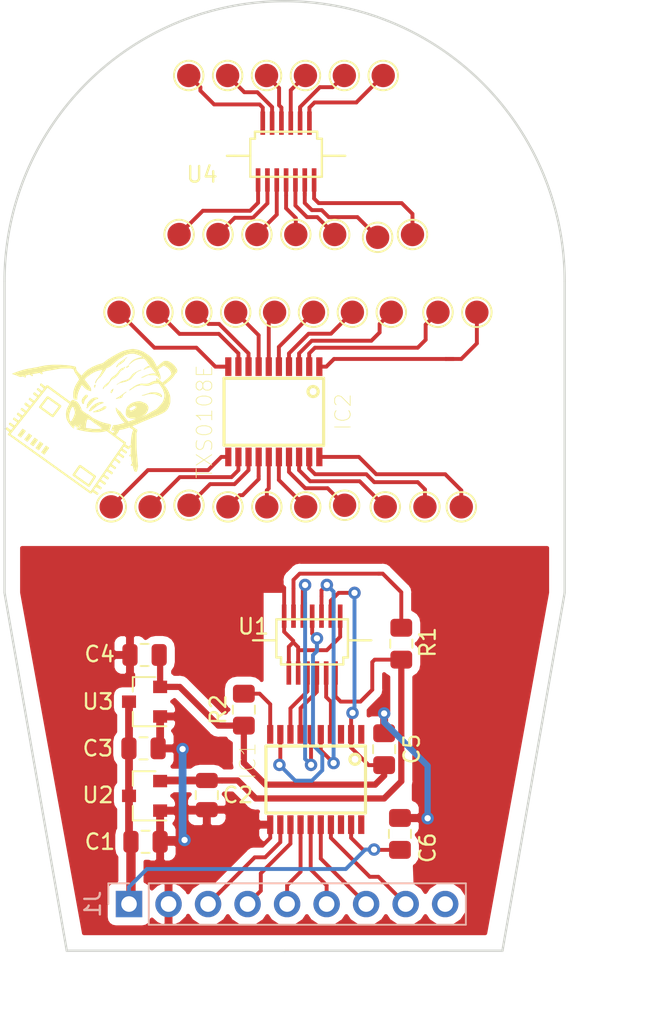
<source format=kicad_pcb>
(kicad_pcb (version 20171130) (host pcbnew "(5.0.0)")
  (layers (0 F.Cu signal) (31 B.Cu signal) (34 B.Paste user) (35 F.Paste user) (36 B.SilkS user) (37 F.SilkS user) (38 B.Mask user) (39 F.Mask user) (44 Edge.Cuts user))
  (net 0 "")
  (net 1 GND)
  (net 2 VCC)
  (net 3 /1.8V)
  (net 4 /RESET)
  (net 5 /SCLK)
  (net 6 /SDA)
  (net 7 /CS)
  (net 8 /RS)
  (net 9 /FMARK)
  (net 10 /LEDA)
  (net 11 /2.8V)
  (net 12 /RESET_1.8)
  (net 13 /SCLK_1.8)
  (net 14 /SDA_1.8)
  (net 15 /CS_1.8)
  (net 16 /RS_1.8)
  (net 17 /FMARK_1.8)
  (net 18 "Net-(IC1-Pad1)")
  (net 19 "Net-(IC1-Pad3)")
  (net 20 "Net-(IC1-Pad18)")
  (net 21 "Net-(IC1-Pad20)")
  (net 22 "Net-(IC1-Pad10)")
  (net 23 "Net-(TP18-Pad1)")
  (net 24 "Net-(IC2-Pad1)")
  (net 25 "Net-(TP19-Pad1)")
  (net 26 "Net-(TP11-Pad1)")
  (net 27 "Net-(TP12-Pad1)")
  (net 28 "Net-(TP13-Pad1)")
  (net 29 "Net-(TP14-Pad1)")
  (net 30 "Net-(TP15-Pad1)")
  (net 31 "Net-(TP16-Pad1)")
  (net 32 "Net-(IC2-Pad4)")
  (net 33 "Net-(IC2-Pad19)")
  (net 34 "Net-(TP20-Pad1)")
  (net 35 "Net-(TP21-Pad1)")
  (net 36 "Net-(TP22-Pad1)")
  (net 37 "Net-(TP23-Pad1)")
  (net 38 "Net-(IC2-Pad3)")
  (net 39 "Net-(TP17-Pad1)")
  (net 40 "Net-(IC2-Pad8)")
  (net 41 "Net-(IC2-Pad17)")
  (net 42 "Net-(IC2-Pad5)")
  (net 43 "Net-(IC2-Pad6)")
  (net 44 "Net-(IC2-Pad12)")
  (net 45 "Net-(IC2-Pad13)")
  (net 46 "Net-(IC2-Pad14)")
  (net 47 "Net-(IC2-Pad15)")
  (net 48 "Net-(IC2-Pad2)")
  (net 49 "Net-(IC2-Pad18)")
  (net 50 "Net-(IC2-Pad20)")
  (net 51 "Net-(IC2-Pad11)")
  (net 52 "Net-(IC2-Pad10)")
  (net 53 "Net-(IC2-Pad7)")
  (net 54 "Net-(IC2-Pad9)")
  (net 55 "Net-(IC2-Pad16)")
  (module PW_R-PDSO-G20 (layer F.Cu) (at 121.3065 68.3775 180)
    (fp_text reference IC2 (at -4.44855 0.00001 270) (layer F.SilkS) (effects (font (size 1.0008 1.0008) (thickness 0.05))))
    (fp_text value TXS0108E (at 4.45016 -0.635725 270) (layer F.SilkS) (effects (font (size 1.00116 1.00116) (thickness 0.05))))
    (pad 1 smd rect (at -2.925 2.9 180) (size 0.4 1.2) (layers F.Cu F.Paste F.Mask) (net 24 "Net-(IC2-Pad1)"))
    (pad 2 smd rect (at -2.275 2.9 180) (size 0.4 1.2) (layers F.Cu F.Paste F.Mask) (net 48 "Net-(IC2-Pad2)"))
    (pad 3 smd rect (at -1.625 2.9 180) (size 0.4 1.2) (layers F.Cu F.Paste F.Mask) (net 38 "Net-(IC2-Pad3)"))
    (pad 4 smd rect (at -0.975 2.9 180) (size 0.4 1.2) (layers F.Cu F.Paste F.Mask) (net 32 "Net-(IC2-Pad4)"))
    (pad 5 smd rect (at -0.325 2.9 180) (size 0.4 1.2) (layers F.Cu F.Paste F.Mask) (net 42 "Net-(IC2-Pad5)"))
    (pad 6 smd rect (at 0.325 2.9 180) (size 0.4 1.2) (layers F.Cu F.Paste F.Mask) (net 43 "Net-(IC2-Pad6)"))
    (pad 7 smd rect (at 0.975 2.9 180) (size 0.4 1.2) (layers F.Cu F.Paste F.Mask) (net 53 "Net-(IC2-Pad7)"))
    (pad 8 smd rect (at 1.625 2.9 180) (size 0.4 1.2) (layers F.Cu F.Paste F.Mask) (net 40 "Net-(IC2-Pad8)"))
    (pad 9 smd rect (at 2.275 2.9 180) (size 0.4 1.2) (layers F.Cu F.Paste F.Mask) (net 54 "Net-(IC2-Pad9)"))
    (pad 10 smd rect (at 2.925 2.9 180) (size 0.4 1.2) (layers F.Cu F.Paste F.Mask) (net 52 "Net-(IC2-Pad10)"))
    (pad 11 smd rect (at 2.925 -2.9) (size 0.4 1.2) (layers F.Cu F.Paste F.Mask) (net 51 "Net-(IC2-Pad11)"))
    (pad 12 smd rect (at 2.275 -2.9) (size 0.4 1.2) (layers F.Cu F.Paste F.Mask) (net 44 "Net-(IC2-Pad12)"))
    (pad 13 smd rect (at 1.625 -2.9) (size 0.4 1.2) (layers F.Cu F.Paste F.Mask) (net 45 "Net-(IC2-Pad13)"))
    (pad 14 smd rect (at 0.975 -2.9) (size 0.4 1.2) (layers F.Cu F.Paste F.Mask) (net 46 "Net-(IC2-Pad14)"))
    (pad 15 smd rect (at 0.325 -2.9) (size 0.4 1.2) (layers F.Cu F.Paste F.Mask) (net 47 "Net-(IC2-Pad15)"))
    (pad 16 smd rect (at -0.325 -2.9) (size 0.4 1.2) (layers F.Cu F.Paste F.Mask) (net 55 "Net-(IC2-Pad16)"))
    (pad 17 smd rect (at -0.975 -2.9) (size 0.4 1.2) (layers F.Cu F.Paste F.Mask) (net 41 "Net-(IC2-Pad17)"))
    (pad 18 smd rect (at -1.625 -2.9) (size 0.4 1.2) (layers F.Cu F.Paste F.Mask) (net 49 "Net-(IC2-Pad18)"))
    (pad 19 smd rect (at -2.275 -2.9) (size 0.4 1.2) (layers F.Cu F.Paste F.Mask) (net 33 "Net-(IC2-Pad19)"))
    (pad 20 smd rect (at -2.925 -2.9) (size 0.4 1.2) (layers F.Cu F.Paste F.Mask) (net 50 "Net-(IC2-Pad20)"))
  )
  (module "Hirose_connectors:FH26-13S-0.3SHW(05)" (layer F.Cu) (at 122.295154 51.935548 180)
    (fp_text reference U4 (at 5.6 -1.2) (layer F.SilkS))
    (fp_text value "FH26-13S-0.3SHW(05)")
    (pad 13 smd rect (at 2 -1.55) (size 0.3 1.5) (layers F.Cu F.Paste F.Mask) (net 26 "Net-(TP11-Pad1)"))
    (pad 11 smd rect (at 1.4 -1.55) (size 0.3 1.5) (layers F.Cu F.Paste F.Mask) (net 27 "Net-(TP12-Pad1)"))
    (pad 9 smd rect (at 0.8 -1.55) (size 0.3 1.5) (layers F.Cu F.Paste F.Mask) (net 28 "Net-(TP13-Pad1)"))
    (pad 7 smd rect (at 0.2 -1.55) (size 0.3 1.5) (layers F.Cu F.Paste F.Mask) (net 29 "Net-(TP14-Pad1)"))
    (pad 5 smd rect (at -0.4 -1.55) (size 0.3 1.5) (layers F.Cu F.Paste F.Mask) (net 30 "Net-(TP15-Pad1)"))
    (pad 3 smd rect (at -1 -1.55) (size 0.3 1.5) (layers F.Cu F.Paste F.Mask) (net 31 "Net-(TP16-Pad1)"))
    (pad 1 smd rect (at -1.6 -1.55) (size 0.3 1.5) (layers F.Cu F.Paste F.Mask) (net 39 "Net-(TP17-Pad1)"))
    (pad 12 smd rect (at 1.7 2.1) (size 0.3 1.5) (layers F.Cu F.Paste F.Mask) (net 23 "Net-(TP18-Pad1)"))
    (pad 10 smd rect (at 1.1 2.1) (size 0.3 1.5) (layers F.Cu F.Paste F.Mask) (net 25 "Net-(TP19-Pad1)"))
    (pad 8 smd rect (at 0.5 2.1) (size 0.3 1.5) (layers F.Cu F.Paste F.Mask) (net 34 "Net-(TP20-Pad1)"))
    (pad 6 smd rect (at -0.1 2.1) (size 0.3 1.5) (layers F.Cu F.Paste F.Mask) (net 35 "Net-(TP21-Pad1)"))
    (pad 4 smd rect (at -0.7 2.1) (size 0.3 1.5) (layers F.Cu F.Paste F.Mask) (net 36 "Net-(TP22-Pad1)"))
    (pad 2 smd rect (at -1.3 2.1) (size 0.3 1.5) (layers F.Cu F.Paste F.Mask) (net 37 "Net-(TP23-Pad1)"))
  )
  (module TestPoint:TestPoint_Pad_D1.5mm (layer F.Cu) (at 123.356 74.485 180)
    (fp_text reference TP4 hide)
    (fp_text value TestPoint)
    (pad 1 smd circle (at 0 0 180) (size 1.5 1.5) (layers F.Cu F.Mask) (net 55 "Net-(IC2-Pad16)"))
  )
  (module TestPoint:TestPoint_Pad_D1.5mm (layer F.Cu) (at 113.856 61.985 180)
    (fp_text reference TP31 hide)
    (fp_text value TestPoint)
    (pad 1 smd circle (at 0 0 180) (size 1.5 1.5) (layers F.Cu F.Mask) (net 54 "Net-(IC2-Pad9)"))
  )
  (module TestPoint:TestPoint_Pad_D1.5mm (layer F.Cu) (at 118.856 61.985 180)
    (fp_text reference TP29 hide)
    (fp_text value TestPoint)
    (pad 1 smd circle (at 0 0 180) (size 1.5 1.5) (layers F.Cu F.Mask) (net 53 "Net-(IC2-Pad7)"))
  )
  (module TestPoint:TestPoint_Pad_D1.5mm (layer F.Cu) (at 111.356 61.985 180)
    (fp_text reference TP32 hide)
    (fp_text value TestPoint)
    (pad 1 smd circle (at 0 0 180) (size 1.5 1.5) (layers F.Cu F.Mask) (net 52 "Net-(IC2-Pad10)"))
  )
  (module TestPoint:TestPoint_Pad_D1.5mm (layer F.Cu) (at 110.856 74.485 180)
    (fp_text reference TP33 hide)
    (fp_text value TestPoint)
    (pad 1 smd circle (at 0 0 180) (size 1.5 1.5) (layers F.Cu F.Mask) (net 51 "Net-(IC2-Pad11)"))
  )
  (module TestPoint:TestPoint_Pad_D1.5mm (layer F.Cu) (at 133.356 74.485 180)
    (fp_text reference TP1 hide)
    (fp_text value TestPoint)
    (pad 1 smd circle (at 0 0 180) (size 1.5 1.5) (layers F.Cu F.Mask) (net 50 "Net-(IC2-Pad20)"))
  )
  (module TestPoint:TestPoint_Pad_D1.5mm (layer F.Cu) (at 128.468999 74.485 180)
    (fp_text reference TP2 hide)
    (fp_text value TestPoint)
    (pad 1 smd circle (at 0 0 180) (size 1.5 1.5) (layers F.Cu F.Mask) (net 49 "Net-(IC2-Pad18)"))
  )
  (module TestPoint:TestPoint_Pad_D1.5mm (layer F.Cu) (at 131.856 61.985 180)
    (fp_text reference TP10 hide)
    (fp_text value TestPoint)
    (pad 1 smd circle (at 0 0 180) (size 1.5 1.5) (layers F.Cu F.Mask) (net 48 "Net-(IC2-Pad2)"))
  )
  (module TestPoint:TestPoint_Pad_D1.5mm (layer F.Cu) (at 120.856 74.485 180)
    (fp_text reference TP5 hide)
    (fp_text value TestPoint)
    (pad 1 smd circle (at 0 0 180) (size 1.5 1.5) (layers F.Cu F.Mask) (net 47 "Net-(IC2-Pad15)"))
  )
  (module TestPoint:TestPoint_Pad_D1.5mm (layer F.Cu) (at 118.356 74.485 180)
    (fp_text reference TP6 hide)
    (fp_text value TestPoint)
    (pad 1 smd circle (at 0 0 180) (size 1.5 1.5) (layers F.Cu F.Mask) (net 46 "Net-(IC2-Pad14)"))
  )
  (module TestPoint:TestPoint_Pad_D1.5mm (layer F.Cu) (at 115.856 74.3815 180)
    (fp_text reference TP7 hide)
    (fp_text value TestPoint)
    (pad 1 smd circle (at 0 0 180) (size 1.5 1.5) (layers F.Cu F.Mask) (net 45 "Net-(IC2-Pad13)"))
  )
  (module TestPoint:TestPoint_Pad_D1.5mm (layer F.Cu) (at 113.356 74.485 180)
    (fp_text reference TP8 hide)
    (fp_text value TestPoint)
    (pad 1 smd circle (at 0 0 180) (size 1.5 1.5) (layers F.Cu F.Mask) (net 44 "Net-(IC2-Pad12)"))
  )
  (module TestPoint:TestPoint_Pad_D1.5mm (layer F.Cu) (at 121.356 61.985 180)
    (fp_text reference TP28 hide)
    (fp_text value TestPoint)
    (pad 1 smd circle (at 0 0 180) (size 1.5 1.5) (layers F.Cu F.Mask) (net 43 "Net-(IC2-Pad6)"))
  )
  (module TestPoint:TestPoint_Pad_D1.5mm (layer F.Cu) (at 123.856 61.985 180)
    (fp_text reference TP27 hide)
    (fp_text value TestPoint)
    (pad 1 smd circle (at 0 0 180) (size 1.5 1.5) (layers F.Cu F.Mask) (net 42 "Net-(IC2-Pad5)"))
  )
  (module TestPoint:TestPoint_Pad_D1.5mm (layer F.Cu) (at 125.856 74.3815 180)
    (fp_text reference TP3 hide)
    (fp_text value TestPoint)
    (pad 1 smd circle (at 0 0 180) (size 1.5 1.5) (layers F.Cu F.Mask) (net 41 "Net-(IC2-Pad17)"))
  )
  (module TestPoint:TestPoint_Pad_D1.5mm (layer F.Cu) (at 116.356 61.985 180)
    (fp_text reference TP30 hide)
    (fp_text value TestPoint)
    (pad 1 smd circle (at 0 0 180) (size 1.5 1.5) (layers F.Cu F.Mask) (net 40 "Net-(IC2-Pad8)"))
  )
  (module TestPoint:TestPoint_Pad_D1.5mm (layer F.Cu) (at 130.219154 56.989548 180)
    (fp_text reference TP17 hide)
    (fp_text value TestPoint)
    (pad 1 smd circle (at 0 0 180) (size 1.5 1.5) (layers F.Cu F.Mask) (net 39 "Net-(TP17-Pad1)"))
  )
  (module TestPoint:TestPoint_Pad_D1.5mm (layer F.Cu) (at 128.856 61.985 180)
    (fp_text reference TP25 hide)
    (fp_text value TestPoint)
    (pad 1 smd circle (at 0 0 180) (size 1.5 1.5) (layers F.Cu F.Mask) (net 38 "Net-(IC2-Pad3)"))
  )
  (module TestPoint:TestPoint_Pad_D1.5mm (layer F.Cu) (at 128.338154 46.775548 180)
    (fp_text reference TP23 hide)
    (fp_text value TestPoint)
    (pad 1 smd circle (at 0 0 180) (size 1.5 1.5) (layers F.Cu F.Mask) (net 37 "Net-(TP23-Pad1)"))
  )
  (module TestPoint:TestPoint_Pad_D1.5mm (layer F.Cu) (at 125.838154 46.775548 180)
    (fp_text reference TP22 hide)
    (fp_text value TestPoint)
    (pad 1 smd circle (at 0 0 180) (size 1.5 1.5) (layers F.Cu F.Mask) (net 36 "Net-(TP22-Pad1)"))
  )
  (module TestPoint:TestPoint_Pad_D1.5mm (layer F.Cu) (at 123.338154 46.775548 180)
    (fp_text reference TP21 hide)
    (fp_text value TestPoint)
    (pad 1 smd circle (at 0 0 180) (size 1.5 1.5) (layers F.Cu F.Mask) (net 35 "Net-(TP21-Pad1)"))
  )
  (module TestPoint:TestPoint_Pad_D1.5mm (layer F.Cu) (at 120.838154 46.775548 180)
    (fp_text reference TP20 hide)
    (fp_text value TestPoint)
    (pad 1 smd circle (at 0 0 180) (size 1.5 1.5) (layers F.Cu F.Mask) (net 34 "Net-(TP20-Pad1)"))
  )
  (module TestPoint:TestPoint_Pad_D1.5mm (layer F.Cu) (at 131.018999 74.485 180)
    (fp_text reference TP9 hide)
    (fp_text value TestPoint)
    (pad 1 smd circle (at 0 0 180) (size 1.5 1.5) (layers F.Cu F.Mask) (net 33 "Net-(IC2-Pad19)"))
  )
  (module TestPoint:TestPoint_Pad_D1.5mm (layer F.Cu) (at 126.356 61.985 180)
    (fp_text reference TP26 hide)
    (fp_text value TestPoint)
    (pad 1 smd circle (at 0 0 180) (size 1.5 1.5) (layers F.Cu F.Mask) (net 32 "Net-(IC2-Pad4)"))
  )
  (module TestPoint:TestPoint_Pad_D1.5mm (layer F.Cu) (at 127.978153 57.169047 180)
    (fp_text reference TP16 hide)
    (fp_text value TestPoint)
    (pad 1 smd circle (at 0 0 180) (size 1.5 1.5) (layers F.Cu F.Mask) (net 31 "Net-(TP16-Pad1)"))
  )
  (module TestPoint:TestPoint_Pad_D1.5mm (layer F.Cu) (at 125.219154 56.989548 180)
    (fp_text reference TP15 hide)
    (fp_text value TestPoint)
    (pad 1 smd circle (at 0 0 180) (size 1.5 1.5) (layers F.Cu F.Mask) (net 30 "Net-(TP15-Pad1)"))
  )
  (module TestPoint:TestPoint_Pad_D1.5mm (layer F.Cu) (at 122.719154 56.989548 180)
    (fp_text reference TP14 hide)
    (fp_text value TestPoint)
    (pad 1 smd circle (at 0 0 180) (size 1.5 1.5) (layers F.Cu F.Mask) (net 29 "Net-(TP14-Pad1)"))
  )
  (module TestPoint:TestPoint_Pad_D1.5mm (layer F.Cu) (at 120.219154 56.989548 180)
    (fp_text reference TP13 hide)
    (fp_text value TestPoint)
    (pad 1 smd circle (at 0 0 180) (size 1.5 1.5) (layers F.Cu F.Mask) (net 28 "Net-(TP13-Pad1)"))
  )
  (module TestPoint:TestPoint_Pad_D1.5mm (layer F.Cu) (at 117.719154 56.989548 180)
    (fp_text reference TP12 hide)
    (fp_text value TestPoint)
    (pad 1 smd circle (at 0 0 180) (size 1.5 1.5) (layers F.Cu F.Mask) (net 27 "Net-(TP12-Pad1)"))
  )
  (module TestPoint:TestPoint_Pad_D1.5mm (layer F.Cu) (at 115.219154 56.989548 180)
    (fp_text reference TP11 hide)
    (fp_text value TestPoint)
    (pad 1 smd circle (at 0 0 180) (size 1.5 1.5) (layers F.Cu F.Mask) (net 26 "Net-(TP11-Pad1)"))
  )
  (module TestPoint:TestPoint_Pad_D1.5mm (layer F.Cu) (at 118.338154 46.775548 180)
    (fp_text reference TP19 hide)
    (fp_text value TestPoint)
    (pad 1 smd circle (at 0 0 180) (size 1.5 1.5) (layers F.Cu F.Mask) (net 25 "Net-(TP19-Pad1)"))
  )
  (module TestPoint:TestPoint_Pad_D1.5mm (layer F.Cu) (at 134.356 61.985 180)
    (fp_text reference TP24 hide)
    (fp_text value TestPoint)
    (pad 1 smd circle (at 0 0 180) (size 1.5 1.5) (layers F.Cu F.Mask) (net 24 "Net-(IC2-Pad1)"))
  )
  (module TestPoint:TestPoint_Pad_D1.5mm (layer F.Cu) (at 115.838154 46.775548 180)
    (fp_text reference TP18 hide)
    (fp_text value TestPoint)
    (pad 1 smd circle (at 0 0 180) (size 1.5 1.5) (layers F.Cu F.Mask) (net 23 "Net-(TP18-Pad1)"))
  )
  (module "Hirose_connectors:FH26-13S-0.3SHW(05)" (layer F.Cu) (at 123.571 83.058)
    (fp_text reference U1 (at -3.571 -0.889) (layer F.SilkS))
    (fp_text value "FH26-13S-0.3SHW(05)")
    (pad 2 smd rect (at -1.3 2.1 180) (size 0.3 1.5) (layers F.Cu F.Paste F.Mask) (net 1 GND))
    (pad 4 smd rect (at -0.7 2.1 180) (size 0.3 1.5) (layers F.Cu F.Paste F.Mask) (net 1 GND))
    (pad 6 smd rect (at -0.1 2.1 180) (size 0.3 1.5) (layers F.Cu F.Paste F.Mask) (net 14 /SDA_1.8))
    (pad 8 smd rect (at 0.5 2.1 180) (size 0.3 1.5) (layers F.Cu F.Paste F.Mask) (net 13 /SCLK_1.8))
    (pad 10 smd rect (at 1.1 2.1 180) (size 0.3 1.5) (layers F.Cu F.Paste F.Mask) (net 12 /RESET_1.8))
    (pad 12 smd rect (at 1.7 2.1 180) (size 0.3 1.5) (layers F.Cu F.Paste F.Mask) (net 11 /2.8V))
    (pad 1 smd rect (at -1.6 -1.55 180) (size 0.3 1.5) (layers F.Cu F.Paste F.Mask) (net 1 GND))
    (pad 3 smd rect (at -1 -1.55 180) (size 0.3 1.5) (layers F.Cu F.Paste F.Mask) (net 10 /LEDA))
    (pad 5 smd rect (at -0.4 -1.55 180) (size 0.3 1.5) (layers F.Cu F.Paste F.Mask) (net 17 /FMARK_1.8))
    (pad 7 smd rect (at 0.2 -1.55 180) (size 0.3 1.5) (layers F.Cu F.Paste F.Mask) (net 16 /RS_1.8))
    (pad 9 smd rect (at 0.8 -1.55 180) (size 0.3 1.5) (layers F.Cu F.Paste F.Mask) (net 15 /CS_1.8))
    (pad 11 smd rect (at 1.4 -1.55 180) (size 0.3 1.5) (layers F.Cu F.Paste F.Mask) (net 3 /1.8V))
    (pad 13 smd rect (at 2 -1.55 180) (size 0.3 1.5) (layers F.Cu F.Paste F.Mask) (net 1 GND))
  )
  (module Capacitor_SMD:C_0805_2012Metric_Pad1.15x1.40mm_HandSolder (layer F.Cu) (at 129.413 95.495 90)
    (fp_text reference C6 (at -0.898 1.778 90) (layer F.SilkS))
    (fp_text value 0.1uF)
    (pad 2 smd roundrect (at 1.025 0 90) (size 1.15 1.4) (layers F.Cu F.Paste F.Mask) (roundrect_rratio 0.217391) (net 1 GND))
    (pad 1 smd roundrect (at -1.025 0 90) (size 1.15 1.4) (layers F.Cu F.Paste F.Mask) (roundrect_rratio 0.217391) (net 2 VCC))
  )
  (module Capacitor_SMD:C_0805_2012Metric_Pad1.15x1.40mm_HandSolder (layer F.Cu) (at 128.397 90.052 270)
    (fp_text reference C5 (at -0.009 -1.778 270) (layer F.SilkS))
    (fp_text value 0.1uF)
    (pad 1 smd roundrect (at -1.025 0 270) (size 1.15 1.4) (layers F.Cu F.Paste F.Mask) (roundrect_rratio 0.217391) (net 1 GND))
    (pad 2 smd roundrect (at 1.025 0 270) (size 1.15 1.4) (layers F.Cu F.Paste F.Mask) (roundrect_rratio 0.217391) (net 3 /1.8V))
  )
  (module Resistor_SMD:R_0805_2012Metric_Pad1.15x1.40mm_HandSolder (layer F.Cu) (at 119.38 87.512 270)
    (fp_text reference R2 (at -0.009 1.651 270) (layer F.SilkS))
    (fp_text value 10k)
    (pad 1 smd roundrect (at -1.025 0 270) (size 1.15 1.4) (layers F.Cu F.Paste F.Mask) (roundrect_rratio 0.217391) (net 22 "Net-(IC1-Pad10)"))
    (pad 2 smd roundrect (at 1.025 0 270) (size 1.15 1.4) (layers F.Cu F.Paste F.Mask) (roundrect_rratio 0.217391) (net 3 /1.8V))
  )
  (module PW_R-PDSO-G20 (layer F.Cu) (at 124 92 180)
    (fp_text reference IC1 (at 4.366 1.195 270) (layer F.SilkS) (effects (font (size 1.0008 1.0008) (thickness 0.05))))
    (fp_text value TXS0108E hide)
    (pad 1 smd rect (at -2.925 2.9 180) (size 0.4 1.2) (layers F.Cu F.Paste F.Mask) (net 18 "Net-(IC1-Pad1)"))
    (pad 2 smd rect (at -2.275 2.9 180) (size 0.4 1.2) (layers F.Cu F.Paste F.Mask) (net 3 /1.8V))
    (pad 3 smd rect (at -1.625 2.9 180) (size 0.4 1.2) (layers F.Cu F.Paste F.Mask) (net 19 "Net-(IC1-Pad3)"))
    (pad 4 smd rect (at -0.975 2.9 180) (size 0.4 1.2) (layers F.Cu F.Paste F.Mask) (net 12 /RESET_1.8))
    (pad 5 smd rect (at -0.325 2.9 180) (size 0.4 1.2) (layers F.Cu F.Paste F.Mask) (net 15 /CS_1.8))
    (pad 6 smd rect (at 0.325 2.9 180) (size 0.4 1.2) (layers F.Cu F.Paste F.Mask) (net 17 /FMARK_1.8))
    (pad 7 smd rect (at 0.975 2.9 180) (size 0.4 1.2) (layers F.Cu F.Paste F.Mask) (net 13 /SCLK_1.8))
    (pad 8 smd rect (at 1.625 2.9 180) (size 0.4 1.2) (layers F.Cu F.Paste F.Mask) (net 14 /SDA_1.8))
    (pad 9 smd rect (at 2.275 2.9 180) (size 0.4 1.2) (layers F.Cu F.Paste F.Mask) (net 16 /RS_1.8))
    (pad 10 smd rect (at 2.925 2.9 180) (size 0.4 1.2) (layers F.Cu F.Paste F.Mask) (net 22 "Net-(IC1-Pad10)"))
    (pad 11 smd rect (at 2.925 -2.9) (size 0.4 1.2) (layers F.Cu F.Paste F.Mask) (net 1 GND))
    (pad 12 smd rect (at 2.275 -2.9) (size 0.4 1.2) (layers F.Cu F.Paste F.Mask) (net 8 /RS))
    (pad 13 smd rect (at 1.625 -2.9) (size 0.4 1.2) (layers F.Cu F.Paste F.Mask) (net 6 /SDA))
    (pad 14 smd rect (at 0.975 -2.9) (size 0.4 1.2) (layers F.Cu F.Paste F.Mask) (net 5 /SCLK))
    (pad 15 smd rect (at 0.325 -2.9) (size 0.4 1.2) (layers F.Cu F.Paste F.Mask) (net 9 /FMARK))
    (pad 16 smd rect (at -0.325 -2.9) (size 0.4 1.2) (layers F.Cu F.Paste F.Mask) (net 7 /CS))
    (pad 17 smd rect (at -0.975 -2.9) (size 0.4 1.2) (layers F.Cu F.Paste F.Mask) (net 4 /RESET))
    (pad 18 smd rect (at -1.625 -2.9) (size 0.4 1.2) (layers F.Cu F.Paste F.Mask) (net 20 "Net-(IC1-Pad18)"))
    (pad 19 smd rect (at -2.275 -2.9) (size 0.4 1.2) (layers F.Cu F.Paste F.Mask) (net 2 VCC))
    (pad 20 smd rect (at -2.925 -2.9) (size 0.4 1.2) (layers F.Cu F.Paste F.Mask) (net 21 "Net-(IC1-Pad20)"))
  )
  (module Resistor_SMD:R_0805_2012Metric_Pad1.15x1.40mm_HandSolder (layer F.Cu) (at 129.5 83.275 270)
    (fp_text reference R1 (at -0.09 -1.691 270) (layer F.SilkS))
    (fp_text value 100R)
    (pad 1 smd roundrect (at -1.025 0 270) (size 1.15 1.4) (layers F.Cu F.Paste F.Mask) (roundrect_rratio 0.217391) (net 10 /LEDA))
    (pad 2 smd roundrect (at 1.025 0 270) (size 1.15 1.4) (layers F.Cu F.Paste F.Mask) (roundrect_rratio 0.217391) (net 11 /2.8V))
  )
  (module Capacitor_SMD:C_0805_2012Metric (layer F.Cu) (at 113 84 180)
    (fp_text reference C4 (at 2.891 0.053 180) (layer F.SilkS))
    (fp_text value 0.1uF)
    (pad 2 smd roundrect (at 0.9375 0 180) (size 0.975 1.4) (layers F.Cu F.Paste F.Mask) (net 1 GND))
    (pad 1 smd roundrect (at -0.9375 0 180) (size 0.975 1.4) (layers F.Cu F.Paste F.Mask) (net 3 /1.8V))
  )
  (module Capacitor_SMD:C_0805_2012Metric (layer F.Cu) (at 112.9325 90)
    (fp_text reference C3 (at -2.9375 0) (layer F.SilkS))
    (fp_text value 0.1uF)
    (pad 1 smd roundrect (at -0.9375 0) (size 0.975 1.4) (layers F.Cu F.Paste F.Mask) (net 2 VCC))
    (pad 2 smd roundrect (at 0.9375 0) (size 0.975 1.4) (layers F.Cu F.Paste F.Mask) (net 1 GND))
  )
  (module Capacitor_SMD:C_0805_2012Metric (layer F.Cu) (at 117 93 270)
    (fp_text reference C2 (at 0 -2) (layer F.SilkS))
    (fp_text value 0.1uF)
    (pad 2 smd roundrect (at 0.9375 0 270) (size 0.975 1.4) (layers F.Cu F.Paste F.Mask) (net 1 GND))
    (pad 1 smd roundrect (at -0.9375 0 270) (size 0.975 1.4) (layers F.Cu F.Paste F.Mask) (net 11 /2.8V))
  )
  (module Capacitor_SMD:C_0805_2012Metric (layer F.Cu) (at 113.0625 96)
    (fp_text reference C1 (at -2.9375 0) (layer F.SilkS))
    (fp_text value 0.1uF)
    (pad 1 smd roundrect (at -0.9375 0) (size 0.975 1.4) (layers F.Cu F.Paste F.Mask) (net 2 VCC))
    (pad 2 smd roundrect (at 0.9375 0) (size 0.975 1.4) (layers F.Cu F.Paste F.Mask) (net 1 GND))
  )
  (module Connector_PinHeader_2.54mm:PinHeader_1x09_P2.54mm_Vertical (layer B.Cu) (at 112 100 270)
    (fp_text reference J1 (at 0 2.33 270) (layer B.SilkS) (effects (justify mirror)))
    (fp_text value Conn_01x08_Female)
    (pad 1 thru_hole rect (at 0 0 270) (size 1.7 1.7) (drill 1) (layers *.Cu *.Mask) (net 2 VCC))
    (pad 2 thru_hole oval (at 0 -2.54 270) (size 1.7 1.7) (drill 1) (layers *.Cu *.Mask) (net 1 GND))
    (pad 3 thru_hole oval (at 0 -5.08 270) (size 1.7 1.7) (drill 1) (layers *.Cu *.Mask) (net 8 /RS))
    (pad 4 thru_hole oval (at 0 -7.62 270) (size 1.7 1.7) (drill 1) (layers *.Cu *.Mask) (net 6 /SDA))
    (pad 5 thru_hole oval (at 0 -10.16 270) (size 1.7 1.7) (drill 1) (layers *.Cu *.Mask) (net 5 /SCLK))
    (pad 6 thru_hole oval (at 0 -12.7 270) (size 1.7 1.7) (drill 1) (layers *.Cu *.Mask) (net 9 /FMARK))
    (pad 7 thru_hole oval (at 0 -15.24 270) (size 1.7 1.7) (drill 1) (layers *.Cu *.Mask) (net 7 /CS))
    (pad 8 thru_hole oval (at 0 -17.78 270) (size 1.7 1.7) (drill 1) (layers *.Cu *.Mask) (net 4 /RESET))
    (pad 9 thru_hole oval (at 0 -20.32 270) (size 1.7 1.7) (drill 1) (layers *.Cu *.Mask))
  )
  (module Package_TO_SOT_SMD:SOT-23 (layer F.Cu) (at 113 87 180)
    (fp_text reference U3 (at 3 0 180) (layer F.SilkS))
    (fp_text value MCP1700-1802E_SOT23)
    (pad 3 smd rect (at 1 0 180) (size 0.9 0.8) (layers F.Cu F.Paste F.Mask) (net 2 VCC))
    (pad 2 smd rect (at -1 0.95 180) (size 0.9 0.8) (layers F.Cu F.Paste F.Mask) (net 3 /1.8V))
    (pad 1 smd rect (at -1 -0.95 180) (size 0.9 0.8) (layers F.Cu F.Paste F.Mask) (net 1 GND))
  )
  (module Package_TO_SOT_SMD:SOT-23 (layer F.Cu) (at 113 93.05 180)
    (fp_text reference U2 (at 3 0.05 180) (layer F.SilkS))
    (fp_text value MCP1700-2802E_SOT23)
    (pad 1 smd rect (at -1 -0.95 180) (size 0.9 0.8) (layers F.Cu F.Paste F.Mask) (net 1 GND))
    (pad 2 smd rect (at -1 0.95 180) (size 0.9 0.8) (layers F.Cu F.Paste F.Mask) (net 11 /2.8V))
    (pad 3 smd rect (at 1 0 180) (size 0.9 0.8) (layers F.Cu F.Paste F.Mask) (net 2 VCC))
  )
  (module images_silk:ant_small_logo (layer F.Cu) (at 109.093 68.326)
    (fp_text reference G*** hide)
    (fp_text value LOGO hide)
  )
  (gr_arc (start 122 60) (end 140 60) (angle -180) (layer Edge.Cuts) (width 0.15))
  (gr_line (start 140 80) (end 140 60) (layer Edge.Cuts) (width 0.15))
  (gr_line (start 104 80) (end 104 60) (layer Edge.Cuts) (width 0.15))
  (gr_line (start 108 103) (end 104 80) (layer Edge.Cuts) (width 0.15))
  (gr_line (start 122 103) (end 108 103) (layer Edge.Cuts) (width 0.15))
  (gr_line (start 136 103) (end 140 80) (layer Edge.Cuts) (width 0.15))
  (gr_line (start 122 103) (end 136 103) (layer Edge.Cuts) (width 0.15))
  (segment (start 114 89.875) (end 113.875 90) (width 0.25) (layer F.Cu) (net 1))
  (segment (start 114 87.95) (end 114 89.875) (width 0.5) (layer F.Cu) (net 1))
  (segment (start 114 96) (end 114 94) (width 0.5) (layer F.Cu) (net 1))
  (segment (start 116.9375 94) (end 117 93.9375) (width 0.25) (layer F.Cu) (net 1))
  (segment (start 121.075 95.75) (end 121.075 94.9) (width 0.25) (layer F.Cu) (net 1))
  (segment (start 120.575 96.25) (end 121.075 95.75) (width 0.25) (layer F.Cu) (net 1))
  (segment (start 117.25 96.25) (end 120.575 96.25) (width 0.25) (layer F.Cu) (net 1))
  (segment (start 117 96) (end 117.25 96.25) (width 0.25) (layer F.Cu) (net 1))
  (segment (start 113.87 90) (end 115.146 90) (width 0.5) (layer F.Cu) (net 1))
  (via (at 115.443 90.043) (size 0.8) (drill 0.4) (layers F.Cu B.Cu) (net 1))
  (segment (start 115.146 90) (end 115.189 90.043) (width 0.25) (layer F.Cu) (net 1))
  (segment (start 115.189 90.043) (end 115.443 90.043) (width 0.25) (layer F.Cu) (net 1))
  (segment (start 115.443 90.043) (end 115.443 95.758) (width 0.5) (layer B.Cu) (net 1))
  (via (at 115.57 95.885) (size 0.8) (drill 0.4) (layers F.Cu B.Cu) (net 1))
  (segment (start 115.443 95.758) (end 115.57 95.885) (width 0.25) (layer B.Cu) (net 1))
  (segment (start 114.115 95.885) (end 114 96) (width 0.25) (layer F.Cu) (net 1))
  (segment (start 115.57 95.885) (end 114.115 95.885) (width 0.5) (layer F.Cu) (net 1))
  (segment (start 117 93.9375) (end 117 95.377) (width 0.25) (layer F.Cu) (net 1))
  (segment (start 115.57 94.127) (end 115.443 94) (width 0.25) (layer F.Cu) (net 1))
  (segment (start 115.57 95.885) (end 115.57 94.127) (width 0.5) (layer F.Cu) (net 1))
  (segment (start 114 94) (end 115.443 94) (width 0.5) (layer F.Cu) (net 1))
  (segment (start 115.443 94) (end 116.9375 94) (width 0.5) (layer F.Cu) (net 1))
  (segment (start 116.873 95.885) (end 117 95.758) (width 0.25) (layer F.Cu) (net 1))
  (segment (start 115.57 95.885) (end 116.873 95.885) (width 0.5) (layer F.Cu) (net 1))
  (segment (start 117 95.377) (end 117 95.758) (width 0.25) (layer F.Cu) (net 1))
  (segment (start 117 95.758) (end 117 96) (width 0.25) (layer F.Cu) (net 1))
  (segment (start 122.555 83.185) (end 122.871 83.501) (width 0.25) (layer F.Cu) (net 1))
  (segment (start 122.271 85.158) (end 122.271 83.469) (width 0.25) (layer F.Cu) (net 1))
  (segment (start 122.271 83.469) (end 122.555 83.185) (width 0.25) (layer F.Cu) (net 1))
  (segment (start 122.555 83.092) (end 122.555 83.185) (width 0.25) (layer F.Cu) (net 1))
  (segment (start 121.971 82.508) (end 122.555 83.092) (width 0.25) (layer F.Cu) (net 1))
  (segment (start 121.971 81.508) (end 121.971 82.508) (width 0.25) (layer F.Cu) (net 1))
  (segment (start 125.571 82.836) (end 125.571 81.508) (width 0.25) (layer F.Cu) (net 1))
  (segment (start 124.714 83.693) (end 125.571 82.836) (width 0.25) (layer F.Cu) (net 1))
  (segment (start 122.871 83.693) (end 124.714 83.693) (width 0.25) (layer F.Cu) (net 1))
  (segment (start 122.871 83.693) (end 122.871 85.158) (width 0.25) (layer F.Cu) (net 1))
  (segment (start 122.871 83.501) (end 122.871 83.693) (width 0.25) (layer F.Cu) (net 1))
  (segment (start 112.0625 84) (end 112.0625 83.2) (width 0.25) (layer F.Cu) (net 1))
  (segment (start 112.0625 79.7075) (end 112.0625 84) (width 0.25) (layer F.Cu) (net 1))
  (segment (start 112.395 79.375) (end 112.0625 79.7075) (width 0.25) (layer F.Cu) (net 1))
  (segment (start 121.666 79.375) (end 112.395 79.375) (width 0.25) (layer F.Cu) (net 1))
  (segment (start 121.971 81.508) (end 121.971 79.68) (width 0.25) (layer F.Cu) (net 1))
  (segment (start 121.971 79.68) (end 121.666 79.375) (width 0.25) (layer F.Cu) (net 1))
  (via (at 128.397 87.757) (size 0.8) (drill 0.4) (layers F.Cu B.Cu) (net 1))
  (segment (start 128.397 89.027) (end 128.397 87.757) (width 0.4) (layer F.Cu) (net 1))
  (segment (start 128.397 88.322685) (end 131.191 91.116685) (width 0.4) (layer B.Cu) (net 1))
  (segment (start 128.397 87.757) (end 128.397 88.322685) (width 0.4) (layer B.Cu) (net 1))
  (via (at 131.191 94.488) (size 0.8) (drill 0.4) (layers F.Cu B.Cu) (net 1))
  (segment (start 131.191 91.116685) (end 131.191 94.488) (width 0.4) (layer B.Cu) (net 1))
  (segment (start 129.431 94.488) (end 129.413 94.47) (width 0.25) (layer F.Cu) (net 1))
  (segment (start 131.191 94.488) (end 129.431 94.488) (width 0.5) (layer F.Cu) (net 1))
  (segment (start 112 87) (end 112 90) (width 0.5) (layer F.Cu) (net 2))
  (segment (start 112 90) (end 112 93.05) (width 0.5) (layer F.Cu) (net 2))
  (segment (start 112 95.875) (end 112.125 96) (width 0.25) (layer F.Cu) (net 2))
  (segment (start 112 93.05) (end 112 95.875) (width 0.5) (layer F.Cu) (net 2))
  (segment (start 112.125 99.875) (end 112 100) (width 0.25) (layer F.Cu) (net 2))
  (segment (start 112.125 96) (end 112.125 99.875) (width 0.6) (layer F.Cu) (net 2))
  (via (at 127.75 96.5) (size 0.8) (drill 0.4) (layers F.Cu B.Cu) (net 2))
  (segment (start 127.025 96.5) (end 127.75 96.5) (width 0.25) (layer F.Cu) (net 2))
  (segment (start 126.275 94.9) (end 126.275 95.75) (width 0.25) (layer F.Cu) (net 2))
  (segment (start 126.275 95.75) (end 127.025 96.5) (width 0.25) (layer F.Cu) (net 2))
  (segment (start 127.184315 96.5) (end 125.934315 97.75) (width 0.25) (layer B.Cu) (net 2))
  (segment (start 127.75 96.5) (end 127.184315 96.5) (width 0.25) (layer B.Cu) (net 2))
  (segment (start 112 98.9) (end 112 100) (width 0.25) (layer B.Cu) (net 2))
  (segment (start 113.15 97.75) (end 112 98.9) (width 0.25) (layer B.Cu) (net 2))
  (segment (start 125.934315 97.75) (end 113.15 97.75) (width 0.25) (layer B.Cu) (net 2))
  (segment (start 127.77 96.52) (end 127.75 96.5) (width 0.25) (layer F.Cu) (net 2))
  (segment (start 129.413 96.52) (end 127.77 96.52) (width 0.25) (layer F.Cu) (net 2))
  (segment (start 114.0125 86.0625) (end 114 86.05) (width 0.25) (layer F.Cu) (net 3))
  (segment (start 114 84.0625) (end 113.9375 84) (width 0.25) (layer F.Cu) (net 3))
  (segment (start 114 86.05) (end 114 84.0625) (width 0.4) (layer F.Cu) (net 3))
  (segment (start 127.597 91.077) (end 128.397 91.077) (width 0.25) (layer F.Cu) (net 3))
  (segment (start 127.402 91.077) (end 127.597 91.077) (width 0.25) (layer F.Cu) (net 3))
  (segment (start 126.275 89.95) (end 127.402 91.077) (width 0.25) (layer F.Cu) (net 3))
  (segment (start 126.275 89.1) (end 126.275 89.95) (width 0.25) (layer F.Cu) (net 3))
  (segment (start 124.971 80.508) (end 125.469 80.01) (width 0.25) (layer F.Cu) (net 3))
  (segment (start 124.971 81.508) (end 124.971 80.508) (width 0.25) (layer F.Cu) (net 3))
  (via (at 126.492 80.01) (size 0.8) (drill 0.4) (layers F.Cu B.Cu) (net 3))
  (segment (start 125.469 80.01) (end 126.492 80.01) (width 0.25) (layer F.Cu) (net 3))
  (via (at 126.365 87.72) (size 0.8) (drill 0.4) (layers F.Cu B.Cu) (net 3))
  (segment (start 126.492 80.01) (end 126.492 87.593) (width 0.25) (layer B.Cu) (net 3))
  (segment (start 126.492 87.593) (end 126.365 87.72) (width 0.25) (layer B.Cu) (net 3))
  (segment (start 126.275 87.81) (end 126.365 87.72) (width 0.25) (layer F.Cu) (net 3))
  (segment (start 126.275 89.1) (end 126.275 87.81) (width 0.25) (layer F.Cu) (net 3))
  (segment (start 128.397 91.752) (end 127.82 92.329) (width 0.4) (layer F.Cu) (net 3))
  (segment (start 128.397 91.077) (end 128.397 91.752) (width 0.4) (layer F.Cu) (net 3))
  (segment (start 127.82 92.329) (end 120.777 92.329) (width 0.4) (layer F.Cu) (net 3))
  (segment (start 119.38 90.932) (end 119.38 88.537) (width 0.4) (layer F.Cu) (net 3))
  (segment (start 120.777 92.329) (end 119.38 90.932) (width 0.4) (layer F.Cu) (net 3))
  (segment (start 114 86.05) (end 115.133 86.05) (width 0.4) (layer F.Cu) (net 3))
  (segment (start 119.38 88.537) (end 117.747 88.537) (width 0.4) (layer F.Cu) (net 3))
  (segment (start 115.26 86.05) (end 114 86.05) (width 0.25) (layer F.Cu) (net 3))
  (segment (start 117.747 88.537) (end 115.26 86.05) (width 0.4) (layer F.Cu) (net 3))
  (segment (start 124.975 95.75) (end 127.475 98.25) (width 0.25) (layer F.Cu) (net 4))
  (segment (start 124.975 94.9) (end 124.975 95.75) (width 0.25) (layer F.Cu) (net 4))
  (segment (start 128.03 98.25) (end 129.78 100) (width 0.25) (layer F.Cu) (net 4))
  (segment (start 127.475 98.25) (end 128.03 98.25) (width 0.25) (layer F.Cu) (net 4))
  (segment (start 123.025 95.75) (end 123.025 94.9) (width 0.25) (layer F.Cu) (net 5))
  (segment (start 123.025 97.932919) (end 123.025 95.75) (width 0.25) (layer F.Cu) (net 5))
  (segment (start 122.16 98.797919) (end 123.025 97.932919) (width 0.25) (layer F.Cu) (net 5))
  (segment (start 122.16 100) (end 122.16 98.797919) (width 0.25) (layer F.Cu) (net 5))
  (segment (start 120.469999 99.150001) (end 120.469999 98.030001) (width 0.25) (layer F.Cu) (net 6))
  (segment (start 119.62 100) (end 120.469999 99.150001) (width 0.25) (layer F.Cu) (net 6))
  (segment (start 122.375 96.125) (end 122 96.5) (width 0.25) (layer F.Cu) (net 6))
  (segment (start 122.375 94.9) (end 122.375 96.125) (width 0.25) (layer F.Cu) (net 6))
  (segment (start 120.469999 98.030001) (end 122 96.5) (width 0.25) (layer F.Cu) (net 6))
  (segment (start 124.325 97.085) (end 127.24 100) (width 0.25) (layer F.Cu) (net 7))
  (segment (start 124.325 94.9) (end 124.325 97.085) (width 0.25) (layer F.Cu) (net 7))
  (segment (start 117.08 100) (end 117.929999 99.150001) (width 0.25) (layer F.Cu) (net 8))
  (segment (start 121.725 96.025) (end 121.725 94.9) (width 0.25) (layer F.Cu) (net 8))
  (segment (start 120.75 97) (end 121.725 96.025) (width 0.25) (layer F.Cu) (net 8))
  (segment (start 120.08 97) (end 117.08 100) (width 0.25) (layer F.Cu) (net 8))
  (segment (start 120.75 97) (end 120.08 97) (width 0.25) (layer F.Cu) (net 8))
  (segment (start 123.675 95.75) (end 123.675 94.9) (width 0.25) (layer F.Cu) (net 9))
  (segment (start 123.675 97.772919) (end 123.675 95.75) (width 0.25) (layer F.Cu) (net 9))
  (segment (start 124.7 98.797919) (end 123.675 97.772919) (width 0.25) (layer F.Cu) (net 9))
  (segment (start 124.7 100) (end 124.7 98.797919) (width 0.25) (layer F.Cu) (net 9))
  (segment (start 122.571 81.508) (end 122.571 79.74) (width 0.25) (layer F.Cu) (net 10))
  (segment (start 122.571 79.74) (end 122.571 79.174998) (width 0.25) (layer F.Cu) (net 10))
  (segment (start 122.571 79.174998) (end 122.968999 78.776999) (width 0.25) (layer F.Cu) (net 10))
  (segment (start 128.016 78.776999) (end 128.179999 78.776999) (width 0.25) (layer F.Cu) (net 10))
  (segment (start 129.413 79.883) (end 129.5 79.97) (width 0.25) (layer F.Cu) (net 10))
  (segment (start 128.016 78.776999) (end 128.306999 78.776999) (width 0.25) (layer F.Cu) (net 10))
  (segment (start 128.778 79.248) (end 129.413 79.883) (width 0.25) (layer F.Cu) (net 10))
  (segment (start 128.306999 78.776999) (end 129.413 79.883) (width 0.25) (layer F.Cu) (net 10))
  (segment (start 122.968999 78.776999) (end 128.016 78.776999) (width 0.25) (layer F.Cu) (net 10))
  (segment (start 129.5 79.97) (end 129.5 82.25) (width 0.25) (layer F.Cu) (net 10))
  (segment (start 114.0375 92.0625) (end 114 92.1) (width 0.25) (layer F.Cu) (net 11))
  (segment (start 117 92.0625) (end 114.0375 92.0625) (width 0.5) (layer F.Cu) (net 11))
  (segment (start 120.142 93.218) (end 118.9865 92.0625) (width 0.4) (layer F.Cu) (net 11))
  (segment (start 128.397 93.218) (end 120.142 93.218) (width 0.4) (layer F.Cu) (net 11))
  (segment (start 129.5 92.115) (end 128.397 93.218) (width 0.4) (layer F.Cu) (net 11))
  (segment (start 118.999 92.05) (end 118.9865 92.0625) (width 0.25) (layer F.Cu) (net 11))
  (segment (start 117.983 92.0625) (end 117 92.0625) (width 0.4) (layer F.Cu) (net 11))
  (segment (start 118.9865 92.0625) (end 117.983 92.0625) (width 0.4) (layer F.Cu) (net 11))
  (segment (start 129.5 84.3) (end 129.5 92.115) (width 0.4) (layer F.Cu) (net 11))
  (segment (start 125.603 86.995) (end 125.271 86.663) (width 0.25) (layer F.Cu) (net 11))
  (segment (start 125.271 86.663) (end 125.271 85.158) (width 0.25) (layer F.Cu) (net 11))
  (segment (start 126.873 86.995) (end 125.603 86.995) (width 0.25) (layer F.Cu) (net 11))
  (segment (start 127.635 86.233) (end 126.873 86.995) (width 0.25) (layer F.Cu) (net 11))
  (segment (start 127.635 84.455) (end 127.635 86.233) (width 0.25) (layer F.Cu) (net 11))
  (segment (start 127.79 84.3) (end 127.635 84.455) (width 0.25) (layer F.Cu) (net 11))
  (segment (start 129.5 84.3) (end 127.79 84.3) (width 0.25) (layer F.Cu) (net 11))
  (segment (start 124.671 86.158) (end 124.671 85.158) (width 0.25) (layer F.Cu) (net 12))
  (segment (start 124.671 86.69941) (end 124.671 86.158) (width 0.25) (layer F.Cu) (net 12))
  (segment (start 124.975 87.00341) (end 124.671 86.69941) (width 0.25) (layer F.Cu) (net 12))
  (segment (start 124.975 89.1) (end 124.975 87.00341) (width 0.25) (layer F.Cu) (net 12))
  (segment (start 123 89.075) (end 123.025 89.1) (width 0.25) (layer F.Cu) (net 13))
  (segment (start 124.071 86.158) (end 124.071 85.158) (width 0.25) (layer F.Cu) (net 13))
  (segment (start 124.071 86.36941) (end 124.071 86.158) (width 0.25) (layer F.Cu) (net 13))
  (segment (start 123.025 87.41541) (end 124.071 86.36941) (width 0.25) (layer F.Cu) (net 13))
  (segment (start 123.025 89.1) (end 123.025 87.41541) (width 0.25) (layer F.Cu) (net 13))
  (segment (start 123.471 86.333) (end 123.471 85.158) (width 0.25) (layer F.Cu) (net 14))
  (segment (start 122.375 89.1) (end 122.375 87.429) (width 0.25) (layer F.Cu) (net 14))
  (segment (start 122.375 87.429) (end 123.471 86.333) (width 0.25) (layer F.Cu) (net 14))
  (via (at 125.148001 90.943128) (size 0.8) (drill 0.4) (layers F.Cu B.Cu) (net 15))
  (segment (start 124.325 89.1) (end 124.325 90.120127) (width 0.25) (layer F.Cu) (net 15))
  (segment (start 124.325 90.120127) (end 125.148001 90.943128) (width 0.25) (layer F.Cu) (net 15))
  (segment (start 124.371 81.508) (end 124.371 80.226) (width 0.25) (layer F.Cu) (net 15))
  (via (at 124.714 79.502) (size 0.8) (drill 0.4) (layers F.Cu B.Cu) (net 15))
  (segment (start 124.371 80.226) (end 124.371 79.845) (width 0.25) (layer F.Cu) (net 15))
  (segment (start 124.371 79.845) (end 124.714 79.502) (width 0.25) (layer F.Cu) (net 15))
  (segment (start 125.148001 79.936001) (end 124.714 79.502) (width 0.25) (layer B.Cu) (net 15))
  (segment (start 125.148001 81.28) (end 125.148001 79.936001) (width 0.25) (layer B.Cu) (net 15))
  (segment (start 125.148001 81.28) (end 125.148001 80.190001) (width 0.25) (layer B.Cu) (net 15))
  (segment (start 125.148001 90.943128) (end 125.148001 81.28) (width 0.25) (layer B.Cu) (net 15))
  (segment (start 124.079 83.750685) (end 123.825 84.004685) (width 0.25) (layer B.Cu) (net 16))
  (segment (start 124.079 83.185) (end 124.079 83.750685) (width 0.25) (layer B.Cu) (net 16))
  (segment (start 123.825 84.004685) (end 123.825 89.789) (width 0.25) (layer B.Cu) (net 16))
  (segment (start 124.423001 91.407001) (end 123.755002 92.075) (width 0.25) (layer B.Cu) (net 16))
  (segment (start 123.825 89.789) (end 124.423001 90.387001) (width 0.25) (layer B.Cu) (net 16))
  (segment (start 124.423001 90.387001) (end 124.423001 91.407001) (width 0.25) (layer B.Cu) (net 16))
  (via (at 121.666 91.059) (size 0.8) (drill 0.4) (layers F.Cu B.Cu) (net 16))
  (segment (start 123.755002 92.075) (end 122.682 92.075) (width 0.25) (layer B.Cu) (net 16))
  (segment (start 122.682 92.075) (end 121.666 91.059) (width 0.25) (layer B.Cu) (net 16))
  (segment (start 121.725 91) (end 121.666 91.059) (width 0.25) (layer F.Cu) (net 16))
  (segment (start 121.725 89.1) (end 121.725 91) (width 0.25) (layer F.Cu) (net 16))
  (via (at 124.079 82.931) (size 0.8) (drill 0.4) (layers F.Cu B.Cu) (net 16))
  (segment (start 123.771 81.508) (end 123.771 82.623) (width 0.25) (layer F.Cu) (net 16))
  (segment (start 123.771 82.623) (end 124.079 82.931) (width 0.25) (layer F.Cu) (net 16))
  (segment (start 124.079 82.931) (end 124.079 83.750685) (width 0.25) (layer B.Cu) (net 16))
  (segment (start 123.171 81.508) (end 123.171 80.203153) (width 0.25) (layer F.Cu) (net 17))
  (segment (start 123.317 80.664838) (end 123.317 90.678) (width 0.25) (layer B.Cu) (net 17))
  (via (at 123.698 91.059) (size 0.8) (drill 0.4) (layers F.Cu B.Cu) (net 17))
  (segment (start 123.317 90.678) (end 123.698 91.059) (width 0.25) (layer B.Cu) (net 17))
  (segment (start 123.698 89.123) (end 123.675 89.1) (width 0.25) (layer F.Cu) (net 17))
  (segment (start 123.698 91.059) (end 123.698 89.123) (width 0.25) (layer F.Cu) (net 17))
  (via (at 123.317 79.502) (size 0.8) (drill 0.4) (layers F.Cu B.Cu) (net 17))
  (segment (start 123.317 80.664838) (end 123.317 79.502) (width 0.25) (layer B.Cu) (net 17))
  (segment (start 123.171 79.648) (end 123.171 81.508) (width 0.25) (layer F.Cu) (net 17))
  (segment (start 123.317 79.502) (end 123.171 79.648) (width 0.25) (layer F.Cu) (net 17))
  (segment (start 121.075 87.166) (end 120.396 86.487) (width 0.25) (layer F.Cu) (net 22))
  (segment (start 121.075 89.1) (end 121.075 87.166) (width 0.25) (layer F.Cu) (net 22))
  (segment (start 119.38 86.487) (end 120.396 86.487) (width 0.25) (layer F.Cu) (net 22))
  (segment (start 120.595154 48.835548) (end 120.393154 48.633548) (width 0.25) (layer F.Cu) (net 23))
  (segment (start 120.595154 49.835548) (end 120.595154 48.835548) (width 0.25) (layer F.Cu) (net 23))
  (segment (start 116.588153 47.752547) (end 117.469154 48.633548) (width 0.25) (layer F.Cu) (net 23))
  (segment (start 116.588153 47.525547) (end 116.588153 47.752547) (width 0.25) (layer F.Cu) (net 23))
  (segment (start 115.838154 46.775548) (end 116.588153 47.525547) (width 0.25) (layer F.Cu) (net 23))
  (segment (start 120.393154 48.633548) (end 117.469154 48.633548) (width 0.25) (layer F.Cu) (net 23))
  (segment (start 124.6815 65.4775) (end 125.174 64.985) (width 0.25) (layer F.Cu) (net 24))
  (segment (start 124.2315 65.4775) (end 124.6815 65.4775) (width 0.25) (layer F.Cu) (net 24))
  (segment (start 134.356 61.985) (end 134.356 63.985) (width 0.25) (layer F.Cu) (net 24))
  (segment (start 133.356 64.985) (end 132.356 64.985) (width 0.25) (layer F.Cu) (net 24))
  (segment (start 134.356 63.985) (end 133.356 64.985) (width 0.25) (layer F.Cu) (net 24))
  (segment (start 125.174 64.985) (end 132.356 64.985) (width 0.25) (layer F.Cu) (net 24))
  (segment (start 132.356 64.985) (end 132.856 64.985) (width 0.25) (layer F.Cu) (net 24))
  (segment (start 121.195154 48.835548) (end 121.195154 49.835548) (width 0.25) (layer F.Cu) (net 25))
  (segment (start 121.195154 48.799138) (end 121.195154 48.835548) (width 0.25) (layer F.Cu) (net 25))
  (segment (start 120.246565 47.850549) (end 121.195154 48.799138) (width 0.25) (layer F.Cu) (net 25))
  (segment (start 119.413155 47.850549) (end 120.246565 47.850549) (width 0.25) (layer F.Cu) (net 25))
  (segment (start 118.338154 46.775548) (end 119.413155 47.850549) (width 0.25) (layer F.Cu) (net 25))
  (segment (start 120.295154 53.485548) (end 120.295154 54.950138) (width 0.25) (layer F.Cu) (net 26))
  (segment (start 115.969153 56.239549) (end 115.219154 56.989548) (width 0.25) (layer F.Cu) (net 26))
  (segment (start 116.744165 55.464537) (end 115.969153 56.239549) (width 0.25) (layer F.Cu) (net 26))
  (segment (start 119.780755 55.464537) (end 116.744165 55.464537) (width 0.25) (layer F.Cu) (net 26))
  (segment (start 120.295154 54.950138) (end 119.780755 55.464537) (width 0.25) (layer F.Cu) (net 26))
  (segment (start 118.794155 55.914547) (end 117.719154 56.989548) (width 0.25) (layer F.Cu) (net 27))
  (segment (start 119.967155 55.914547) (end 118.794155 55.914547) (width 0.25) (layer F.Cu) (net 27))
  (segment (start 120.895154 53.485548) (end 120.895154 54.986548) (width 0.25) (layer F.Cu) (net 27))
  (segment (start 120.895154 54.986548) (end 119.967155 55.914547) (width 0.25) (layer F.Cu) (net 27))
  (segment (start 121.495154 55.713548) (end 120.219154 56.989548) (width 0.25) (layer F.Cu) (net 28))
  (segment (start 121.495154 53.485548) (end 121.495154 55.713548) (width 0.25) (layer F.Cu) (net 28))
  (segment (start 122.095154 54.485548) (end 122.095154 53.485548) (width 0.25) (layer F.Cu) (net 29))
  (segment (start 122.095154 55.304888) (end 122.095154 54.485548) (width 0.25) (layer F.Cu) (net 29))
  (segment (start 122.719154 55.928888) (end 122.095154 55.304888) (width 0.25) (layer F.Cu) (net 29))
  (segment (start 122.719154 56.989548) (end 122.719154 55.928888) (width 0.25) (layer F.Cu) (net 29))
  (segment (start 122.695154 53.485548) (end 122.695154 55.129548) (width 0.25) (layer F.Cu) (net 30))
  (segment (start 122.695154 55.129548) (end 123.438154 55.872548) (width 0.25) (layer F.Cu) (net 30))
  (segment (start 124.102154 55.872548) (end 125.219154 56.989548) (width 0.25) (layer F.Cu) (net 30))
  (segment (start 123.438154 55.872548) (end 124.102154 55.872548) (width 0.25) (layer F.Cu) (net 30))
  (segment (start 126.681654 55.872548) (end 127.978153 57.169047) (width 0.25) (layer F.Cu) (net 31))
  (segment (start 124.835154 55.872548) (end 126.681654 55.872548) (width 0.25) (layer F.Cu) (net 31))
  (segment (start 123.295154 54.967548) (end 123.750144 55.422538) (width 0.25) (layer F.Cu) (net 31))
  (segment (start 123.295154 54.348548) (end 123.295154 54.967548) (width 0.25) (layer F.Cu) (net 31))
  (segment (start 123.295154 54.348548) (end 123.295154 54.485548) (width 0.25) (layer F.Cu) (net 31))
  (segment (start 123.295154 53.485548) (end 123.295154 54.348548) (width 0.25) (layer F.Cu) (net 31))
  (segment (start 124.385144 55.422538) (end 124.835154 55.872548) (width 0.25) (layer F.Cu) (net 31))
  (segment (start 123.750144 55.422538) (end 124.385144 55.422538) (width 0.25) (layer F.Cu) (net 31))
  (segment (start 122.2815 64.6275) (end 122.2815 65.4775) (width 0.25) (layer F.Cu) (net 32))
  (segment (start 123.547018 63.361982) (end 122.2815 64.6275) (width 0.25) (layer F.Cu) (net 32))
  (segment (start 124.979018 63.361982) (end 123.547018 63.361982) (width 0.25) (layer F.Cu) (net 32))
  (segment (start 126.356 61.985) (end 124.979018 63.361982) (width 0.25) (layer F.Cu) (net 32))
  (segment (start 131.018999 73.360999) (end 131.018999 74.485) (width 0.25) (layer F.Cu) (net 33))
  (segment (start 130.556 72.898) (end 131.018999 73.360999) (width 0.25) (layer F.Cu) (net 33))
  (segment (start 123.5815 71.2775) (end 123.5815 72.012502) (width 0.25) (layer F.Cu) (net 33))
  (segment (start 127.76059 72.898) (end 127.25259 72.39) (width 0.25) (layer F.Cu) (net 33))
  (segment (start 130.556 72.898) (end 127.76059 72.898) (width 0.25) (layer F.Cu) (net 33))
  (segment (start 127.25259 72.39) (end 123.958998 72.39) (width 0.25) (layer F.Cu) (net 33))
  (segment (start 123.5815 72.012502) (end 123.958998 72.39) (width 0.25) (layer F.Cu) (net 33))
  (segment (start 121.588153 47.525547) (end 120.838154 46.775548) (width 0.25) (layer F.Cu) (net 34))
  (segment (start 121.645164 47.582558) (end 121.588153 47.525547) (width 0.25) (layer F.Cu) (net 34))
  (segment (start 121.645164 48.685558) (end 121.645164 47.582558) (width 0.25) (layer F.Cu) (net 34))
  (segment (start 121.795154 48.835548) (end 121.645164 48.685558) (width 0.25) (layer F.Cu) (net 34))
  (segment (start 121.795154 49.835548) (end 121.795154 48.835548) (width 0.25) (layer F.Cu) (net 34))
  (segment (start 122.395154 47.718548) (end 122.395154 49.835548) (width 0.25) (layer F.Cu) (net 35))
  (segment (start 123.338154 46.775548) (end 122.395154 47.718548) (width 0.25) (layer F.Cu) (net 35))
  (segment (start 122.995154 49.835548) (end 122.995154 48.835548) (width 0.25) (layer F.Cu) (net 36))
  (segment (start 125.838154 46.775548) (end 125.088155 47.525547) (width 0.25) (layer F.Cu) (net 36))
  (segment (start 122.995154 48.799138) (end 122.995154 49.835548) (width 0.25) (layer F.Cu) (net 36))
  (segment (start 124.268745 47.525547) (end 122.995154 48.799138) (width 0.25) (layer F.Cu) (net 36))
  (segment (start 125.088155 47.525547) (end 124.268745 47.525547) (width 0.25) (layer F.Cu) (net 36))
  (segment (start 123.595154 48.835548) (end 123.924154 48.506548) (width 0.25) (layer F.Cu) (net 37))
  (segment (start 123.595154 49.835548) (end 123.595154 48.835548) (width 0.25) (layer F.Cu) (net 37))
  (segment (start 123.924154 48.506548) (end 126.613154 48.506548) (width 0.25) (layer F.Cu) (net 37))
  (segment (start 126.613154 48.500548) (end 128.338154 46.775548) (width 0.25) (layer F.Cu) (net 37))
  (segment (start 126.613154 48.506548) (end 126.613154 48.500548) (width 0.25) (layer F.Cu) (net 37))
  (segment (start 128.106001 62.734999) (end 128.106001 63.282999) (width 0.25) (layer F.Cu) (net 38))
  (segment (start 128.856 61.985) (end 128.106001 62.734999) (width 0.25) (layer F.Cu) (net 38))
  (segment (start 122.9315 64.6275) (end 122.9315 65.4775) (width 0.25) (layer F.Cu) (net 38))
  (segment (start 123.747009 63.811991) (end 122.9315 64.6275) (width 0.25) (layer F.Cu) (net 38))
  (segment (start 127.577009 63.811991) (end 123.747009 63.811991) (width 0.25) (layer F.Cu) (net 38))
  (segment (start 128.106001 63.282999) (end 127.577009 63.811991) (width 0.25) (layer F.Cu) (net 38))
  (segment (start 123.895154 53.485548) (end 123.895154 54.678548) (width 0.25) (layer F.Cu) (net 39))
  (segment (start 124.189134 54.972528) (end 129.523134 54.972528) (width 0.25) (layer F.Cu) (net 39))
  (segment (start 123.895154 54.678548) (end 124.189134 54.972528) (width 0.25) (layer F.Cu) (net 39))
  (segment (start 130.219154 55.668548) (end 130.219154 56.989548) (width 0.25) (layer F.Cu) (net 39))
  (segment (start 129.523134 54.972528) (end 130.219154 55.668548) (width 0.25) (layer F.Cu) (net 39))
  (segment (start 117.105999 62.734999) (end 116.356 61.985) (width 0.25) (layer F.Cu) (net 40))
  (segment (start 117.788999 62.734999) (end 117.105999 62.734999) (width 0.25) (layer F.Cu) (net 40))
  (segment (start 119.6815 64.6275) (end 117.788999 62.734999) (width 0.25) (layer F.Cu) (net 40))
  (segment (start 119.6815 65.4775) (end 119.6815 64.6275) (width 0.25) (layer F.Cu) (net 40))
  (segment (start 124.76452 73.29002) (end 123.32802 73.29002) (width 0.25) (layer F.Cu) (net 41))
  (segment (start 125.856 74.3815) (end 124.76452 73.29002) (width 0.25) (layer F.Cu) (net 41))
  (segment (start 122.2815 72.2435) (end 122.2815 71.2775) (width 0.25) (layer F.Cu) (net 41))
  (segment (start 123.32802 73.29002) (end 122.2815 72.2435) (width 0.25) (layer F.Cu) (net 41))
  (segment (start 121.6315 64.2095) (end 121.6315 65.4775) (width 0.25) (layer F.Cu) (net 42))
  (segment (start 123.856 61.985) (end 121.6315 64.2095) (width 0.25) (layer F.Cu) (net 42))
  (segment (start 120.9815 62.3595) (end 121.356 61.985) (width 0.25) (layer F.Cu) (net 43))
  (segment (start 120.9815 65.4775) (end 120.9815 62.3595) (width 0.25) (layer F.Cu) (net 43))
  (segment (start 114.105999 73.735001) (end 113.356 74.485) (width 0.25) (layer F.Cu) (net 44))
  (segment (start 115.26601 72.57499) (end 114.105999 73.735001) (width 0.25) (layer F.Cu) (net 44))
  (segment (start 118.58401 72.57499) (end 115.26601 72.57499) (width 0.25) (layer F.Cu) (net 44))
  (segment (start 119.0315 72.1275) (end 118.58401 72.57499) (width 0.25) (layer F.Cu) (net 44))
  (segment (start 119.0315 71.2775) (end 119.0315 72.1275) (width 0.25) (layer F.Cu) (net 44))
  (segment (start 119.6815 72.1275) (end 118.784 73.025) (width 0.25) (layer F.Cu) (net 45))
  (segment (start 119.6815 71.2775) (end 119.6815 72.1275) (width 0.25) (layer F.Cu) (net 45))
  (segment (start 117.2125 73.025) (end 115.856 74.3815) (width 0.25) (layer F.Cu) (net 45))
  (segment (start 118.784 73.025) (end 117.2125 73.025) (width 0.25) (layer F.Cu) (net 45))
  (segment (start 120.3315 71.2775) (end 120.3315 72.5095) (width 0.25) (layer F.Cu) (net 46))
  (segment (start 119.105999 73.735001) (end 119.304999 73.735001) (width 0.25) (layer F.Cu) (net 46))
  (segment (start 118.356 74.485) (end 119.105999 73.735001) (width 0.25) (layer F.Cu) (net 46))
  (segment (start 120.3315 72.7085) (end 120.3315 72.5095) (width 0.25) (layer F.Cu) (net 46))
  (segment (start 119.304999 73.735001) (end 120.3315 72.7085) (width 0.25) (layer F.Cu) (net 46))
  (segment (start 120.9815 72.1275) (end 120.9815 71.2775) (width 0.25) (layer F.Cu) (net 47))
  (segment (start 120.9815 73.29884) (end 120.9815 72.1275) (width 0.25) (layer F.Cu) (net 47))
  (segment (start 120.856 73.42434) (end 120.9815 73.29884) (width 0.25) (layer F.Cu) (net 47))
  (segment (start 120.856 74.485) (end 120.856 73.42434) (width 0.25) (layer F.Cu) (net 47))
  (segment (start 123.5815 64.6275) (end 123.947 64.262) (width 0.25) (layer F.Cu) (net 48))
  (segment (start 123.5815 65.4775) (end 123.5815 64.6275) (width 0.25) (layer F.Cu) (net 48))
  (segment (start 123.947 64.262) (end 130.556 64.262) (width 0.25) (layer F.Cu) (net 48))
  (segment (start 130.556 64.262) (end 131.064 63.754) (width 0.25) (layer F.Cu) (net 48))
  (segment (start 131.064 62.777) (end 131.064 63.754) (width 0.25) (layer F.Cu) (net 48))
  (segment (start 131.856 61.985) (end 131.064 62.777) (width 0.25) (layer F.Cu) (net 48))
  (segment (start 126.824009 72.84001) (end 123.64001 72.84001) (width 0.25) (layer F.Cu) (net 49))
  (segment (start 128.468999 74.485) (end 126.824009 72.84001) (width 0.25) (layer F.Cu) (net 49))
  (segment (start 122.9315 72.1315) (end 122.9315 71.2775) (width 0.25) (layer F.Cu) (net 49))
  (segment (start 123.64001 72.84001) (end 122.9315 72.1315) (width 0.25) (layer F.Cu) (net 49))
  (segment (start 133.356 73.42434) (end 132.32166 72.39) (width 0.25) (layer F.Cu) (net 50))
  (segment (start 133.356 74.485) (end 133.356 73.42434) (width 0.25) (layer F.Cu) (net 50))
  (segment (start 132.32166 72.39) (end 127.889 72.39) (width 0.25) (layer F.Cu) (net 50))
  (segment (start 126.7765 71.2775) (end 124.2315 71.2775) (width 0.25) (layer F.Cu) (net 50))
  (segment (start 127.889 72.39) (end 126.7765 71.2775) (width 0.25) (layer F.Cu) (net 50))
  (segment (start 111.605999 73.735001) (end 110.856 74.485) (width 0.25) (layer F.Cu) (net 51))
  (segment (start 113.21602 72.12498) (end 111.605999 73.735001) (width 0.25) (layer F.Cu) (net 51))
  (segment (start 117.08402 72.12498) (end 113.21602 72.12498) (width 0.25) (layer F.Cu) (net 51))
  (segment (start 117.9315 71.2775) (end 117.08402 72.12498) (width 0.25) (layer F.Cu) (net 51))
  (segment (start 118.3815 71.2775) (end 117.9315 71.2775) (width 0.25) (layer F.Cu) (net 51))
  (segment (start 111.356 61.985) (end 113.633 64.262) (width 0.25) (layer F.Cu) (net 52))
  (segment (start 113.633 64.262) (end 116.332 64.262) (width 0.25) (layer F.Cu) (net 52))
  (segment (start 117.5475 65.4775) (end 118.11 65.4775) (width 0.25) (layer F.Cu) (net 52))
  (segment (start 116.332 64.262) (end 117.5475 65.4775) (width 0.25) (layer F.Cu) (net 52))
  (segment (start 118.3815 65.4775) (end 118.11 65.4775) (width 0.25) (layer F.Cu) (net 52))
  (segment (start 118.11 65.4775) (end 117.8015 65.4775) (width 0.25) (layer F.Cu) (net 52))
  (segment (start 120.3315 63.4605) (end 118.856 61.985) (width 0.25) (layer F.Cu) (net 53))
  (segment (start 120.3315 65.4775) (end 120.3315 63.4605) (width 0.25) (layer F.Cu) (net 53))
  (segment (start 119.0315 64.6275) (end 117.777 63.373) (width 0.25) (layer F.Cu) (net 54))
  (segment (start 119.0315 65.4775) (end 119.0315 64.6275) (width 0.25) (layer F.Cu) (net 54))
  (segment (start 115.244 63.373) (end 113.856 61.985) (width 0.25) (layer F.Cu) (net 54))
  (segment (start 117.777 63.373) (end 115.244 63.373) (width 0.25) (layer F.Cu) (net 54))
  (segment (start 121.6315 72.7605) (end 121.6315 71.2775) (width 0.25) (layer F.Cu) (net 55))
  (segment (start 123.356 74.485) (end 121.6315 72.7605) (width 0.25) (layer F.Cu) (net 55))
  (zone (net 0) (net_name "") (layer F.Cu) (connect_pads (clearance 0.508)) (min_thickness 0.254)
    (keepout (tracks allowed) (vias allowed) (copperpour not_allowed))
    (fill (arc_segments 16) (thermal_gap 0.508) (thermal_bridge_width 0.508))
    (polygon (pts (xy 112.395 85.09) (xy 112.395 97.155) (xy 113.665 97.155) (xy 113.665 85.09)))
  )
  (zone (net 0) (net_name "") (layer F.Cu) (connect_pads (clearance 0.508)) (min_thickness 0.254)
    (keepout (tracks allowed) (vias allowed) (copperpour not_allowed))
    (fill (arc_segments 16) (thermal_gap 0.508) (thermal_bridge_width 0.508))
    (polygon (pts (xy 127.381 93.726) (xy 127.381 96.012) (xy 129.413 95.885) (xy 129.413 93.726) (xy 130.175 93.599) (xy 130.175 92.202) (xy 128.524 92.202)))
  )
  (zone (net 0) (net_name "") (layer F.Cu) (connect_pads (clearance 0.508)) (min_thickness 0.254)
    (keepout (tracks allowed) (vias allowed) (copperpour not_allowed))
    (fill (arc_segments 16) (thermal_gap 0.508) (thermal_bridge_width 0.508))
    (polygon (pts (xy 130.175 95.885) (xy 130.302 99.06) (xy 128.905 99.06) (xy 127.635 97.409) (xy 127.635 95.885)))
  )
  (zone (net 0) (net_name "") (layer F.Cu) (connect_pads (clearance 0.508)) (min_thickness 0.254)
    (keepout (tracks allowed) (vias allowed) (copperpour not_allowed))
    (fill (arc_segments 16) (thermal_gap 0.508) (thermal_bridge_width 0.508))
    (polygon (pts (xy 120.65 80.01) (xy 120.65 87.122) (xy 126.619 87.122) (xy 126.619 80.01)))
  )
  (zone (net 1) (net_name GND) (layer F.Cu) (connect_pads (clearance 0.508)) (min_thickness 0.254) (fill yes (arc_segments 16) (thermal_gap 0.508) (thermal_bridge_width 0.508))
    (polygon (pts (xy 105 77) (xy 105 80) (xy 109 102) (xy 135 102) (xy 139 80) (xy 139 77)))
  )
)
</source>
